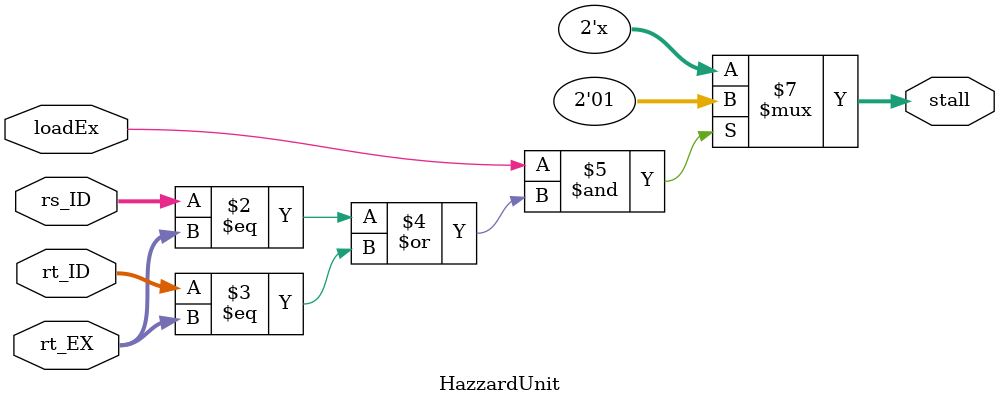
<source format=v>
module HazzardUnit(input [2:0] rs_ID, rt_ID, rt_EX, input loadEx, output reg [1:0] stall);

	always @(*) begin
		if(loadEx & (rs_ID == rt_EX | rt_ID == rt_EX)) stall = 2'b01;
		else stall <= stall;
	end
endmodule

//////////&
</source>
